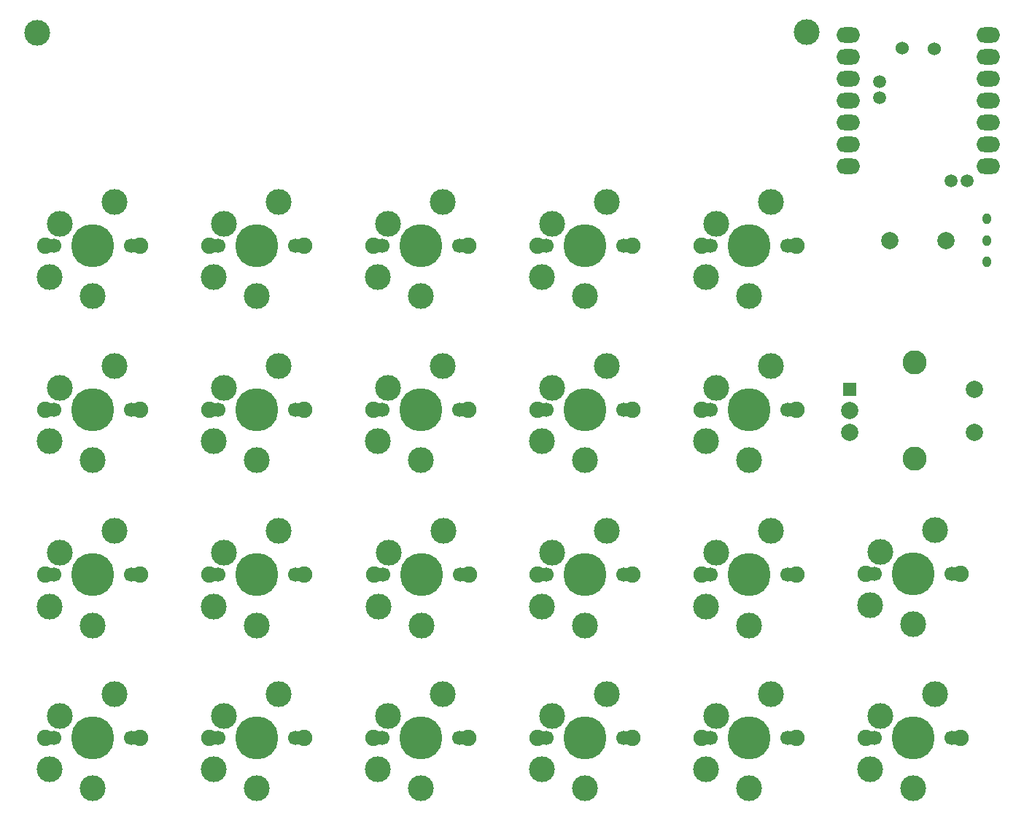
<source format=gbr>
%TF.GenerationSoftware,KiCad,Pcbnew,8.0.7*%
%TF.CreationDate,2025-05-02T22:34:39+09:00*%
%TF.ProjectId,cool642tb_L,636f6f6c-3634-4327-9462-5f4c2e6b6963,rev?*%
%TF.SameCoordinates,Original*%
%TF.FileFunction,Soldermask,Top*%
%TF.FilePolarity,Negative*%
%FSLAX46Y46*%
G04 Gerber Fmt 4.6, Leading zero omitted, Abs format (unit mm)*
G04 Created by KiCad (PCBNEW 8.0.7) date 2025-05-02 22:34:39*
%MOMM*%
%LPD*%
G01*
G04 APERTURE LIST*
%ADD10C,1.900000*%
%ADD11C,1.700000*%
%ADD12C,3.000000*%
%ADD13C,5.000000*%
%ADD14C,2.000000*%
%ADD15R,1.500000X1.500000*%
%ADD16C,2.800000*%
%ADD17O,1.000000X1.300000*%
%ADD18O,2.750000X1.800000*%
%ADD19C,1.500000*%
%ADD20C,1.524000*%
G04 APERTURE END LIST*
D10*
%TO.C,SW14*%
X51650000Y-19050000D03*
D11*
X52070000Y-19050000D03*
D12*
X52150000Y-22750000D03*
D11*
X52650000Y-19050000D03*
D12*
X53340000Y-16510000D03*
D13*
X57150000Y-19050000D03*
D12*
X57150000Y-24950000D03*
X59690000Y-13970000D03*
D11*
X61650000Y-19050000D03*
X62230000Y-19050000D03*
D10*
X62650000Y-19050000D03*
%TD*%
D12*
%TO.C,B1*%
X-6400000Y24710000D03*
X82870000Y24750000D03*
%TD*%
D10*
%TO.C,SW18*%
X70700000Y-19050000D03*
D11*
X71120000Y-19050000D03*
D12*
X71200000Y-22750000D03*
D11*
X71700000Y-19050000D03*
D12*
X72390000Y-16510000D03*
D13*
X76200000Y-19050000D03*
D12*
X76200000Y-24950000D03*
X78740000Y-13970000D03*
D11*
X80700000Y-19050000D03*
X81280000Y-19050000D03*
D10*
X81700000Y-19050000D03*
%TD*%
%TO.C,SW12*%
X32600000Y-57150000D03*
D11*
X33020000Y-57150000D03*
D12*
X33100000Y-60850000D03*
D11*
X33600000Y-57150000D03*
D12*
X34290000Y-54610000D03*
D13*
X38100000Y-57150000D03*
D12*
X38100000Y-63050000D03*
X40640000Y-52070000D03*
D11*
X42600000Y-57150000D03*
X43180000Y-57150000D03*
D10*
X43600000Y-57150000D03*
%TD*%
%TO.C,SW23*%
X89750000Y-57150000D03*
D11*
X90170000Y-57150000D03*
D12*
X90250000Y-60850000D03*
D11*
X90750000Y-57150000D03*
D12*
X91440000Y-54610000D03*
D13*
X95250000Y-57150000D03*
D12*
X95250000Y-63050000D03*
X97790000Y-52070000D03*
D11*
X99750000Y-57150000D03*
X100330000Y-57150000D03*
D10*
X100750000Y-57150000D03*
%TD*%
D14*
%TO.C,SW25*%
X99100000Y560000D03*
X92600000Y560000D03*
%TD*%
D10*
%TO.C,SW19*%
X70700000Y-38200000D03*
D11*
X71120000Y-38200000D03*
D12*
X71200000Y-41900000D03*
D11*
X71700000Y-38200000D03*
D12*
X72390000Y-35660000D03*
D13*
X76200000Y-38200000D03*
D12*
X76200000Y-44100000D03*
X78740000Y-33120000D03*
D11*
X80700000Y-38200000D03*
X81280000Y-38200000D03*
D10*
X81700000Y-38200000D03*
%TD*%
%TO.C,SW1*%
X-5500000Y0D03*
D11*
X-5080000Y0D03*
D12*
X-5000000Y-3700000D03*
D11*
X-4500000Y0D03*
D12*
X-3810000Y2540000D03*
D13*
X0Y0D03*
D12*
X0Y-5900000D03*
X2540000Y5080000D03*
D11*
X4500000Y0D03*
X5080000Y0D03*
D10*
X5500000Y0D03*
%TD*%
%TO.C,SW13*%
X51650000Y0D03*
D11*
X52070000Y0D03*
D12*
X52150000Y-3700000D03*
D11*
X52650000Y0D03*
D12*
X53340000Y2540000D03*
D13*
X57150000Y0D03*
D12*
X57150000Y-5900000D03*
X59690000Y5080000D03*
D11*
X61650000Y0D03*
X62230000Y0D03*
D10*
X62650000Y0D03*
%TD*%
%TO.C,SW10*%
X32600000Y-19050000D03*
D11*
X33020000Y-19050000D03*
D12*
X33100000Y-22750000D03*
D11*
X33600000Y-19050000D03*
D12*
X34290000Y-16510000D03*
D13*
X38100000Y-19050000D03*
D12*
X38100000Y-24950000D03*
X40640000Y-13970000D03*
D11*
X42600000Y-19050000D03*
X43180000Y-19050000D03*
D10*
X43600000Y-19050000D03*
%TD*%
%TO.C,SW9*%
X32600000Y0D03*
D11*
X33020000Y0D03*
D12*
X33100000Y-3700000D03*
D11*
X33600000Y0D03*
D12*
X34290000Y2540000D03*
D13*
X38100000Y0D03*
D12*
X38100000Y-5900000D03*
X40640000Y5080000D03*
D11*
X42600000Y0D03*
X43180000Y0D03*
D10*
X43600000Y0D03*
%TD*%
%TO.C,SW15*%
X51650000Y-38200000D03*
D11*
X52070000Y-38200000D03*
D12*
X52150000Y-41900000D03*
D11*
X52650000Y-38200000D03*
D12*
X53340000Y-35660000D03*
D13*
X57150000Y-38200000D03*
D12*
X57150000Y-44100000D03*
X59690000Y-33120000D03*
D11*
X61650000Y-38200000D03*
X62230000Y-38200000D03*
D10*
X62650000Y-38200000D03*
%TD*%
%TO.C,SW11*%
X32700000Y-38200000D03*
D11*
X33120000Y-38200000D03*
D12*
X33200000Y-41900000D03*
D11*
X33700000Y-38200000D03*
D12*
X34390000Y-35660000D03*
D13*
X38200000Y-38200000D03*
D12*
X38200000Y-44100000D03*
X40740000Y-33120000D03*
D11*
X42700000Y-38200000D03*
X43280000Y-38200000D03*
D10*
X43700000Y-38200000D03*
%TD*%
%TO.C,SW5*%
X13550000Y0D03*
D11*
X13970000Y0D03*
D12*
X14050000Y-3700000D03*
D11*
X14550000Y0D03*
D12*
X15240000Y2540000D03*
D13*
X19050000Y0D03*
D12*
X19050000Y-5900000D03*
X21590000Y5080000D03*
D11*
X23550000Y0D03*
X24130000Y0D03*
D10*
X24550000Y0D03*
%TD*%
%TO.C,SW4*%
X-5500000Y-57150000D03*
D11*
X-5080000Y-57150000D03*
D12*
X-5000000Y-60850000D03*
D11*
X-4500000Y-57150000D03*
D12*
X-3810000Y-54610000D03*
D13*
X0Y-57150000D03*
D12*
X0Y-63050000D03*
X2540000Y-52070000D03*
D11*
X4500000Y-57150000D03*
X5080000Y-57150000D03*
D10*
X5500000Y-57150000D03*
%TD*%
%TO.C,SW17*%
X70700000Y0D03*
D11*
X71120000Y0D03*
D12*
X71200000Y-3700000D03*
D11*
X71700000Y0D03*
D12*
X72390000Y2540000D03*
D13*
X76200000Y0D03*
D12*
X76200000Y-5900000D03*
X78740000Y5080000D03*
D11*
X80700000Y0D03*
X81280000Y0D03*
D10*
X81700000Y0D03*
%TD*%
%TO.C,SW22*%
X89750000Y-38100000D03*
D11*
X90170000Y-38100000D03*
D12*
X90250000Y-41800000D03*
D11*
X90750000Y-38100000D03*
D12*
X91440000Y-35560000D03*
D13*
X95250000Y-38100000D03*
D12*
X95250000Y-44000000D03*
X97790000Y-33020000D03*
D11*
X99750000Y-38100000D03*
X100330000Y-38100000D03*
D10*
X100750000Y-38100000D03*
%TD*%
%TO.C,SW6*%
X13550000Y-19050000D03*
D11*
X13970000Y-19050000D03*
D12*
X14050000Y-22750000D03*
D11*
X14550000Y-19050000D03*
D12*
X15240000Y-16510000D03*
D13*
X19050000Y-19050000D03*
D12*
X19050000Y-24950000D03*
X21590000Y-13970000D03*
D11*
X23550000Y-19050000D03*
X24130000Y-19050000D03*
D10*
X24550000Y-19050000D03*
%TD*%
D15*
%TO.C,SW21*%
X87900000Y-16660000D03*
D14*
X87900000Y-21660000D03*
X87900000Y-19160000D03*
D16*
X95400000Y-13560000D03*
X95400000Y-24760000D03*
D14*
X102400000Y-16660000D03*
X102400000Y-21660000D03*
%TD*%
D10*
%TO.C,SW3*%
X-5500000Y-38200000D03*
D11*
X-5080000Y-38200000D03*
D12*
X-5000000Y-41900000D03*
D11*
X-4500000Y-38200000D03*
D12*
X-3810000Y-35660000D03*
D13*
X0Y-38200000D03*
D12*
X0Y-44100000D03*
X2540000Y-33120000D03*
D11*
X4500000Y-38200000D03*
X5080000Y-38200000D03*
D10*
X5500000Y-38200000D03*
%TD*%
%TO.C,SW2*%
X-5500000Y-19050000D03*
D11*
X-5080000Y-19050000D03*
D12*
X-5000000Y-22750000D03*
D11*
X-4500000Y-19050000D03*
D12*
X-3810000Y-16510000D03*
D13*
X0Y-19050000D03*
D12*
X0Y-24950000D03*
X2540000Y-13970000D03*
D11*
X4500000Y-19050000D03*
X5080000Y-19050000D03*
D10*
X5500000Y-19050000D03*
%TD*%
%TO.C,SW16*%
X51650000Y-57150000D03*
D11*
X52070000Y-57150000D03*
D12*
X52150000Y-60850000D03*
D11*
X52650000Y-57150000D03*
D12*
X53340000Y-54610000D03*
D13*
X57150000Y-57150000D03*
D12*
X57150000Y-63050000D03*
X59690000Y-52070000D03*
D11*
X61650000Y-57150000D03*
X62230000Y-57150000D03*
D10*
X62650000Y-57150000D03*
%TD*%
D17*
%TO.C,SW24*%
X103840000Y3104000D03*
X103840000Y604000D03*
X103840000Y-1896000D03*
%TD*%
D10*
%TO.C,SW8*%
X13550000Y-57150000D03*
D11*
X13970000Y-57150000D03*
D12*
X14050000Y-60850000D03*
D11*
X14550000Y-57150000D03*
D12*
X15240000Y-54610000D03*
D13*
X19050000Y-57150000D03*
D12*
X19050000Y-63050000D03*
X21590000Y-52070000D03*
D11*
X23550000Y-57150000D03*
X24130000Y-57150000D03*
D10*
X24550000Y-57150000D03*
%TD*%
%TO.C,SW7*%
X13550000Y-38200000D03*
D11*
X13970000Y-38200000D03*
D12*
X14050000Y-41900000D03*
D11*
X14550000Y-38200000D03*
D12*
X15240000Y-35660000D03*
D13*
X19050000Y-38200000D03*
D12*
X19050000Y-44100000D03*
X21590000Y-33120000D03*
D11*
X23550000Y-38200000D03*
X24130000Y-38200000D03*
D10*
X24550000Y-38200000D03*
%TD*%
D18*
%TO.C,U1*%
X87740000Y24450000D03*
X87740000Y21910000D03*
X87740000Y19370000D03*
X87740000Y16830000D03*
X87740000Y14290000D03*
X87740000Y11750000D03*
X87740000Y9210000D03*
X103980000Y9210000D03*
X103980000Y11750000D03*
X103980000Y14290000D03*
X103980000Y16830000D03*
X103980000Y19370000D03*
X103980000Y21910000D03*
X103980000Y24450000D03*
D19*
X99695400Y7518000D03*
X101575000Y7518000D03*
X91415000Y17147000D03*
X91415000Y19052000D03*
D20*
X93980000Y22900000D03*
X97700000Y22840000D03*
%TD*%
D10*
%TO.C,SW20*%
X70700000Y-57150000D03*
D11*
X71120000Y-57150000D03*
D12*
X71200000Y-60850000D03*
D11*
X71700000Y-57150000D03*
D12*
X72390000Y-54610000D03*
D13*
X76200000Y-57150000D03*
D12*
X76200000Y-63050000D03*
X78740000Y-52070000D03*
D11*
X80700000Y-57150000D03*
X81280000Y-57150000D03*
D10*
X81700000Y-57150000D03*
%TD*%
M02*

</source>
